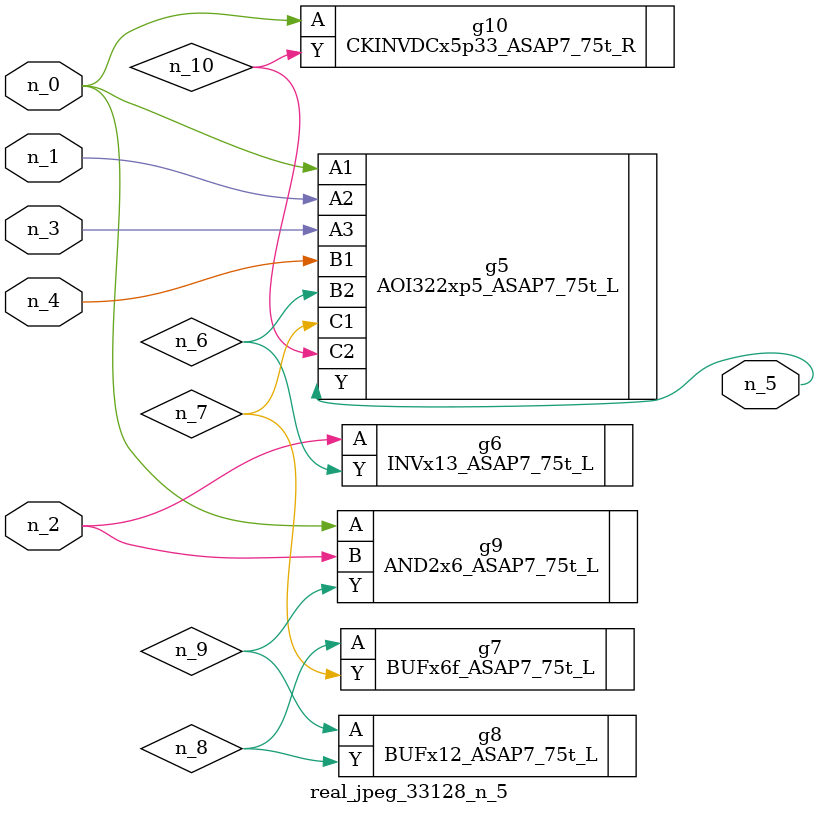
<source format=v>
module real_jpeg_33128_n_5 (n_4, n_0, n_1, n_2, n_3, n_5);

input n_4;
input n_0;
input n_1;
input n_2;
input n_3;

output n_5;

wire n_8;
wire n_6;
wire n_7;
wire n_10;
wire n_9;

AOI322xp5_ASAP7_75t_L g5 ( 
.A1(n_0),
.A2(n_1),
.A3(n_3),
.B1(n_4),
.B2(n_6),
.C1(n_7),
.C2(n_10),
.Y(n_5)
);

AND2x6_ASAP7_75t_L g9 ( 
.A(n_0),
.B(n_2),
.Y(n_9)
);

CKINVDCx5p33_ASAP7_75t_R g10 ( 
.A(n_0),
.Y(n_10)
);

INVx13_ASAP7_75t_L g6 ( 
.A(n_2),
.Y(n_6)
);

BUFx6f_ASAP7_75t_L g7 ( 
.A(n_8),
.Y(n_7)
);

BUFx12_ASAP7_75t_L g8 ( 
.A(n_9),
.Y(n_8)
);


endmodule
</source>
